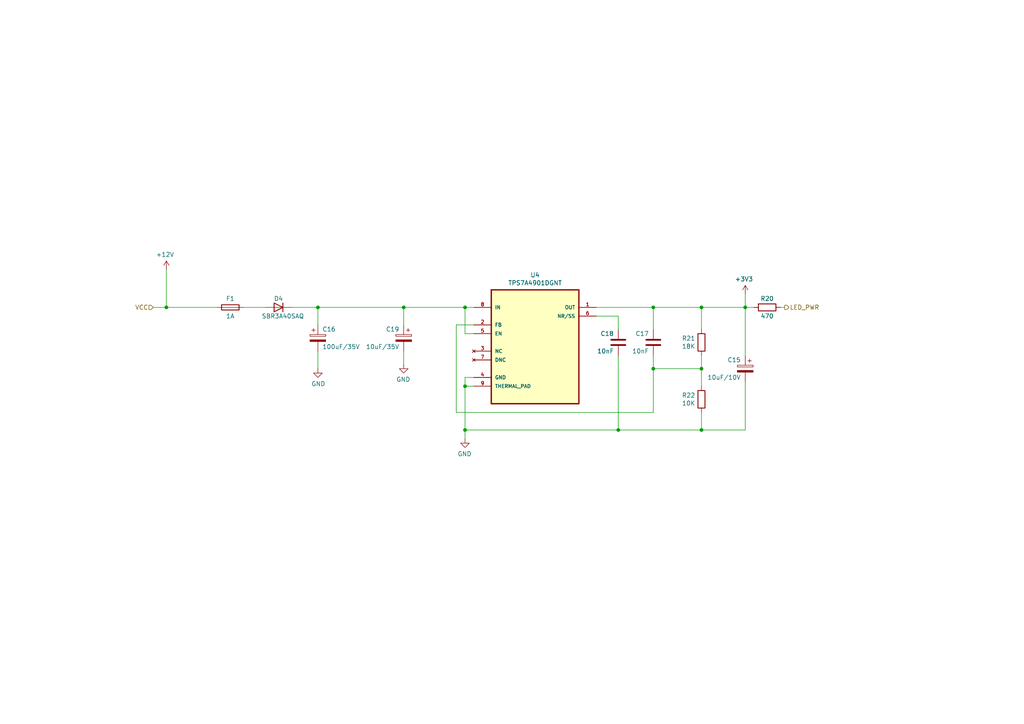
<source format=kicad_sch>
(kicad_sch (version 20211123) (generator eeschema)
  (paper "A4")
  (title_block (title "MilkPompPower") (date "2022-12-02") (rev "2.0"))
  (lib_symbols
    (symbol "Device:C" (pin_numbers hide) (pin_names (offset 0.254))
      (property "Reference" "C" (at 0.635 2.54 0))
      (property "Value" "C" (at 0.635 -2.54 0))
      (symbol "C_0_1"
        (polyline (pts (xy -2.032 -0.762) (xy 2.032 -0.762)) (stroke (width 0.508)))
        (polyline (pts (xy -2.032 0.762) (xy 2.032 0.762)) (stroke (width 0.508)))
      )
      (symbol "C_1_1"
        (pin passive line (at 0 3.81 270) (length 2.794) (name "~") (number "1"))
        (pin passive line (at 0 -3.81 90) (length 2.794) (name "~") (number "2"))
      )
    )
    (symbol "Device:CP" (pin_numbers hide) (pin_names (offset 0.254))
      (property "Reference" "C" (at 0.635 2.54 0))
      (property "Value" "Device_CP" (at 0.635 -2.54 0))
      (symbol "CP_0_1"
        (rectangle (start -2.286 0.508) (end 2.286 1.016))
        (polyline (pts (xy -1.778 2.286) (xy -0.762 2.286)))
        (polyline (pts (xy -1.27 2.794) (xy -1.27 1.778)))
        (rectangle (start 2.286 -0.508) (end -2.286 -1.016) (fill (type outline)))
      )
      (symbol "CP_1_1"
        (pin passive line (at 0 3.81 270) (length 2.794) (name "~") (number "1"))
        (pin passive line (at 0 -3.81 90) (length 2.794) (name "~") (number "2"))
      )
    )
    (symbol "Device:D" (pin_numbers hide) (pin_names (offset 1.016) hide)
      (property "Reference" "D" (at 0 2.54 0))
      (property "Value" "D" (at 0 -2.54 0))
      (symbol "D_0_1"
        (polyline (pts (xy -1.27 1.27) (xy -1.27 -1.27)) (stroke (width 0.254)))
        (polyline (pts (xy 1.27 0) (xy -1.27 0)))
        (polyline (pts (xy 1.27 1.27) (xy 1.27 -1.27) (xy -1.27 0) (xy 1.27 1.27)) (stroke (width 0.254)))
      )
      (symbol "D_1_1"
        (pin passive line (at -3.81 0 0) (length 2.54) (name "K") (number "1"))
        (pin passive line (at 3.81 0 180) (length 2.54) (name "A") (number "2"))
      )
    )
    (symbol "Device:Fuse" (pin_numbers hide) (pin_names (offset 0))
      (property "Reference" "F" (at 2.032 0 90))
      (property "Value" "Fuse" (at -1.905 0 90))
      (symbol "Fuse_0_1"
        (rectangle (start -0.762 -2.54) (end 0.762 2.54) (stroke (width 0.254)))
        (polyline (pts (xy 0 2.54) (xy 0 -2.54)))
      )
      (symbol "Fuse_1_1"
        (pin passive line (at 0 3.81 270) (length 1.27) (name "~") (number "1"))
        (pin passive line (at 0 -3.81 90) (length 1.27) (name "~") (number "2"))
      )
    )
    (symbol "Device:R" (pin_numbers hide) (pin_names (offset 0))
      (property "Reference" "R" (at 2.032 0 90))
      (property "Value" "R" (at 0 0 90))
      (symbol "R_0_1"
        (rectangle (start -1.016 -2.54) (end 1.016 2.54) (stroke (width 0.254)))
      )
      (symbol "R_1_1"
        (pin passive line (at 0 3.81 270) (length 1.27) (name "~") (number "1"))
        (pin passive line (at 0 -3.81 90) (length 1.27) (name "~") (number "2"))
      )
    )
    (symbol "TPS7A4901DGNT:TPS7A4901DGNT" (pin_names (offset 1.016))
      (property "Reference" "U" (at -5.4864 14.5796 0))
      (property "Value" "TPS7A4901DGNT" (at -3.7846 -23.2918 0))
      (symbol "TPS7A4901DGNT_0_0"
        (rectangle (start -12.7 -20.32) (end 12.7 12.7) (stroke (width 0.4064)) (fill (type background)))
        (pin output line (at 17.78 7.62 180) (length 5.08) (name "OUT") (number "1"))
        (pin input line (at -17.78 2.54 0) (length 5.08) (name "FB") (number "2"))
        (pin no_connect line (at -17.78 -5.08 0) (length 5.08) (name "NC") (number "3"))
        (pin passive line (at -17.78 -12.7 0) (length 5.08) (name "GND") (number "4"))
        (pin input line (at -17.78 0 0) (length 5.08) (name "EN") (number "5"))
        (pin input line (at 17.78 5.08 180) (length 5.08) (name "NR/SS") (number "6"))
        (pin no_connect line (at -17.78 -7.62 0) (length 5.08) (name "DNC") (number "7"))
        (pin power_in line (at -17.78 7.62 0) (length 5.08) (name "IN") (number "8"))
        (pin passive line (at -17.78 -15.24 0) (length 5.08) (name "THERMAL_PAD") (number "9"))
      )
    )
    (symbol "power:+12V" (power) (pin_names (offset 0))
      (property "Value" "+12V" (at 0 3.556 0))
      (symbol "+12V_0_1"
        (polyline (pts (xy -0.762 1.27) (xy 0 2.54)))
        (polyline (pts (xy 0 0) (xy 0 2.54)))
        (polyline (pts (xy 0 2.54) (xy 0.762 1.27)))
      )
      (symbol "+12V_1_1"
        (pin power_in line (at 0 0 90) (length 0) hide (name "+12V") (number "1"))
      )
    )
    (symbol "power:+3V3" (power) (pin_names (offset 0))
      (property "Value" "+3V3" (at 0 3.556 0))
      (symbol "+3V3_0_1"
        (polyline (pts (xy -0.762 1.27) (xy 0 2.54)))
        (polyline (pts (xy 0 0) (xy 0 2.54)))
        (polyline (pts (xy 0 2.54) (xy 0.762 1.27)))
      )
      (symbol "+3V3_1_1"
        (pin power_in line (at 0 0 90) (length 0) hide (name "+3V3") (number "1"))
      )
    )
    (symbol "power:GND" (power) (pin_names (offset 0))
      (property "Value" "GND" (at 0 -3.81 0))
      (symbol "GND_0_1"
        (polyline (pts (xy 0 0) (xy 0 -1.27) (xy 1.27 -1.27) (xy 0 -2.54) (xy -1.27 -1.27) (xy 0 -1.27)))
      )
      (symbol "GND_1_1"
        (pin power_in line (at 0 0 270) (length 0) hide (name "GND") (number "1"))
      )
    )
  )
  (junction (at 203.454 124.714))
  (junction (at 134.874 112.014))
  (junction (at 117.094 89.154))
  (junction (at 134.874 89.154))
  (junction (at 134.874 124.714))
  (junction (at 216.154 89.154))
  (junction (at 48.26 89.154))
  (junction (at 179.324 124.714))
  (junction (at 203.454 89.154))
  (junction (at 189.484 106.934))
  (junction (at 189.484 89.154))
  (junction (at 92.202 89.154))
  (junction (at 203.454 106.934))
  (wire (pts (xy 179.324 91.694) (xy 179.324 95.504)))
  (wire (pts (xy 216.154 110.744) (xy 216.154 124.714)))
  (wire (pts (xy 189.484 106.934) (xy 189.484 103.124)))
  (wire (pts (xy 134.874 112.014) (xy 134.874 124.714)))
  (wire (pts (xy 189.484 119.634) (xy 132.334 119.634)))
  (wire (pts (xy 92.202 101.854) (xy 92.202 106.934)))
  (wire (pts (xy 48.26 89.154) (xy 44.45 89.154)))
  (wire (pts (xy 117.094 89.154) (xy 134.874 89.154)))
  (wire (pts (xy 117.094 89.154) (xy 117.094 94.234)))
  (wire (pts (xy 203.454 89.154) (xy 216.154 89.154)))
  (wire (pts (xy 172.974 91.694) (xy 179.324 91.694)))
  (wire (pts (xy 134.874 89.154) (xy 137.414 89.154)))
  (wire (pts (xy 203.454 106.934) (xy 189.484 106.934)))
  (wire (pts (xy 179.324 124.714) (xy 134.874 124.714)))
  (wire (pts (xy 203.454 89.154) (xy 189.484 89.154)))
  (wire (pts (xy 134.874 96.774) (xy 134.874 89.154)))
  (wire (pts (xy 179.324 103.124) (xy 179.324 124.714)))
  (wire (pts (xy 134.874 109.474) (xy 134.874 112.014)))
  (wire (pts (xy 218.694 89.154) (xy 216.154 89.154)))
  (wire (pts (xy 117.094 89.154) (xy 92.202 89.154)))
  (wire (pts (xy 203.454 95.504) (xy 203.454 89.154)))
  (wire (pts (xy 134.874 124.714) (xy 134.874 127.254)))
  (wire (pts (xy 203.454 106.934) (xy 203.454 103.124)))
  (wire (pts (xy 203.454 112.014) (xy 203.454 106.934)))
  (wire (pts (xy 137.414 94.234) (xy 132.334 94.234)))
  (wire (pts (xy 48.26 89.154) (xy 62.992 89.154)))
  (wire (pts (xy 216.154 124.714) (xy 203.454 124.714)))
  (wire (pts (xy 70.612 89.154) (xy 76.962 89.154)))
  (wire (pts (xy 189.484 119.634) (xy 189.484 106.934)))
  (wire (pts (xy 137.414 112.014) (xy 134.874 112.014)))
  (wire (pts (xy 227.584 89.154) (xy 226.314 89.154)))
  (wire (pts (xy 189.484 95.504) (xy 189.484 89.154)))
  (wire (pts (xy 137.414 109.474) (xy 134.874 109.474)))
  (wire (pts (xy 203.454 119.634) (xy 203.454 124.714)))
  (wire (pts (xy 117.094 101.854) (xy 117.094 105.664)))
  (wire (pts (xy 137.414 96.774) (xy 134.874 96.774)))
  (wire (pts (xy 216.154 85.344) (xy 216.154 89.154)))
  (wire (pts (xy 48.26 78.232) (xy 48.26 89.154)))
  (wire (pts (xy 216.154 103.124) (xy 216.154 89.154)))
  (wire (pts (xy 92.202 94.234) (xy 92.202 89.154)))
  (wire (pts (xy 189.484 89.154) (xy 172.974 89.154)))
  (wire (pts (xy 203.454 124.714) (xy 179.324 124.714)))
  (wire (pts (xy 84.582 89.154) (xy 92.202 89.154)))
  (wire (pts (xy 132.334 94.234) (xy 132.334 119.634)))
  (hierarchical_label "VCC" (shape input) (at 44.45 89.154 180))
  (hierarchical_label "LED_PWR" (shape output) (at 227.584 89.154 0))
  (symbol (lib_id "Device:CP") (at 92.202 98.044 0) (unit 1)
    (property "Reference" "C16" (at 93.472 95.504 0) (effects (justify left)))
    (property "Value" "100uF/35V" (at 93.472 100.584 0) (effects (justify left)))
    (property "Footprint" "Capacitor_SMD:CP_Elec_10x10.5" (effects hide))
    (property "Digikey" "PCE3951TR-ND" (effects hide))
  )
  (symbol (lib_id "Device:D") (at 80.772 89.154 180) (unit 1)
    (property "Reference" "D4" (at 80.772 86.614 0))
    (property "Value" "SBR3A40SAQ" (at 82.042 91.694 0))
    (property "Footprint" "Diode_SMD:D_SMB_Handsoldering" (effects hide))
    (property "Datasheet" "https://www.diodes.com/assets/Datasheets/SBR3A40SA.pdf" (effects hide))
    (property "DIGIKEY_PART_NUMBER" "SBR3A40SAQ-13DICT-ND" (effects hide))
    (property "Digikey" "SBR3A40SAQ-13DICT-ND" (effects hide))
  )
  (symbol (lib_id "Device:Fuse") (at 66.802 89.154 270) (unit 1)
    (property "Reference" "F1" (at 66.802 86.614 90))
    (property "Value" "1A" (at 66.802 91.694 90))
    (property "Footprint" "Fuse:Fuse_1206_3216Metric" (effects hide))
    (property "Digikey" "F2881CT-ND" (effects hide))
  )
  (symbol (lib_id "TPS7A4901DGNT:TPS7A4901DGNT") (at 155.194 96.774 0) (unit 1)
    (property "Reference" "U4" (at 155.194 79.756 0))
    (property "Value" "TPS7A4901DGNT" (at 155.194 82.0674 0))
    (property "Footprint" "Power:SOP65P490X110-9N" (effects hide))
    (property "OC_NEWARK" "86R9814" (effects hide))
    (property "PACKAGE" "MSOP-8" (effects hide))
    (property "MPN" "TPS7A4901DGNT" (effects hide))
    (property "OC_FARNELL" "1841881" (effects hide))
    (property "SUPPLIER" "Texas Instruments" (effects hide))
    (property "Digikey" "296-27769-6-ND" (effects hide))
  )
  (symbol (lib_id "Device:C") (at 179.324 99.314 0) (mirror y) (unit 1)
    (property "Reference" "C18" (at 178.054 96.774 0) (effects (justify left)))
    (property "Value" "10nF" (at 178.054 101.854 0) (effects (justify left)))
    (property "Footprint" "Capacitor_SMD:C_0603_1608Metric" (effects hide))
    (property "Digikey" "1276-CL10B103KB8WPJCDKR-ND" (effects hide))
  )
  (symbol (lib_id "Device:CP") (at 117.094 98.044 0) (mirror y) (unit 1)
    (property "Reference" "C19" (at 115.824 95.504 0) (effects (justify left)))
    (property "Value" "10uF/35V" (at 115.824 100.584 0) (effects (justify left)))
    (property "Footprint" "Capacitor_SMD:CP_Elec_6.3x7.7" (effects hide))
    (property "Digikey" "10-EEE-FN1A100RDKR-ND" (effects hide))
  )
  (symbol (lib_id "power:GND") (at 117.094 105.664 0) (mirror y) (unit 1)
    (property "Reference" "#PWR035" (effects hide))
    (property "Value" "GND" (at 116.967 110.0582 0))
  )
  (symbol (lib_id "power:GND") (at 134.874 127.254 0) (mirror y) (unit 1)
    (property "Reference" "#PWR033" (effects hide))
    (property "Value" "GND" (at 134.747 131.6482 0))
  )
  (symbol (lib_id "power:+3V3") (at 216.154 85.344 0) (mirror y) (unit 1)
    (property "Reference" "#PWR031" (effects hide))
    (property "Value" "+3V3" (at 215.773 80.9498 0))
  )
  (symbol (lib_id "Device:C") (at 189.484 99.314 0) (mirror y) (unit 1)
    (property "Reference" "C17" (at 188.214 96.774 0) (effects (justify left)))
    (property "Value" "10nF" (at 188.214 101.854 0) (effects (justify left)))
    (property "Footprint" "Capacitor_SMD:C_0603_1608Metric" (effects hide))
    (property "Digikey" "1276-CL10B103KB8WPJCDKR-ND" (effects hide))
  )
  (symbol (lib_id "Device:R") (at 203.454 99.314 0) (mirror y) (unit 1)
    (property "Reference" "R21" (at 201.676 98.1456 0) (effects (justify left)))
    (property "Value" "18K" (at 201.676 100.457 0) (effects (justify left)))
    (property "Footprint" "Resistor_SMD:R_0603_1608Metric" (effects hide))
    (property "Digikey" "YAG3570DKR-ND" (effects hide))
  )
  (symbol (lib_id "Device:R") (at 203.454 115.824 0) (mirror y) (unit 1)
    (property "Reference" "R22" (at 201.676 114.6556 0) (effects (justify left)))
    (property "Value" "10K" (at 201.676 116.967 0) (effects (justify left)))
    (property "Footprint" "Resistor_SMD:R_0603_1608Metric" (effects hide))
    (property "Digikey" "311-10.0KHRDKR-ND" (effects hide))
  )
  (symbol (lib_id "Device:CP") (at 216.154 106.934 0) (mirror y) (unit 1)
    (property "Reference" "C15" (at 214.884 104.394 0) (effects (justify left)))
    (property "Value" "10uF/10V" (at 214.884 109.474 0) (effects (justify left)))
    (property "Footprint" "Capacitor_SMD:CP_Elec_6.3x7.7" (effects hide))
    (property "Digikey" "10-EEE-FN1A100RDKR-ND" (effects hide))
  )
  (symbol (lib_id "power:GND") (at 92.202 106.934 0) (unit 1)
    (property "Reference" "#PWR032" (effects hide))
    (property "Value" "GND" (at 92.329 111.3282 0))
  )
  (symbol (lib_id "power:+12V") (at 48.26 78.232 0) (mirror y) (unit 1)
    (property "Reference" "#PWR037" (effects hide))
    (property "Value" "+12V" (at 47.879 73.8378 0))
  )
  (symbol (lib_id "Device:R") (at 222.504 89.154 90) (mirror x) (unit 1)
    (property "Reference" "R20" (at 222.504 86.614 90))
    (property "Value" "470" (at 222.504 91.694 90))
    (property "Footprint" "Resistor_SMD:R_0603_1608Metric" (effects hide))
    (property "Digikey" "YAG1301DKR-ND" (effects hide))
  )
)
</source>
